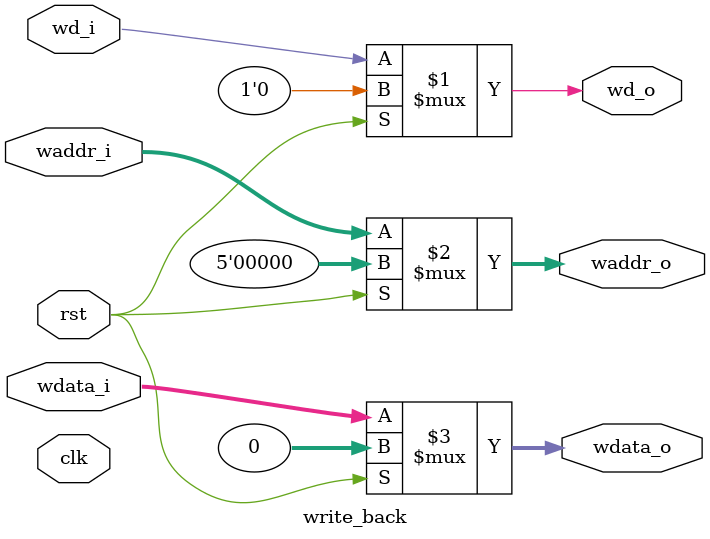
<source format=v>
`timescale 1ns / 1ps


module write_back( ///D´¥·¢Æ÷¿ÉÊµÏÖ
           input        wire        rst,    
           input        wire        clk,   

           input        wire        wd_i,
           input        wire[4:0]   waddr_i,
           input        wire[31:0]  wdata_i,

           output       wire         wd_o,
           output       wire[4:0]    waddr_o,
           output       wire[31:0]   wdata_o
    );

assign wd_o = rst ? 1'b0 : wd_i;
assign waddr_o = rst ? 5'b00000 : waddr_i;
assign wdata_o = rst ? 32'h0000_0000 : wdata_i;


endmodule

</source>
